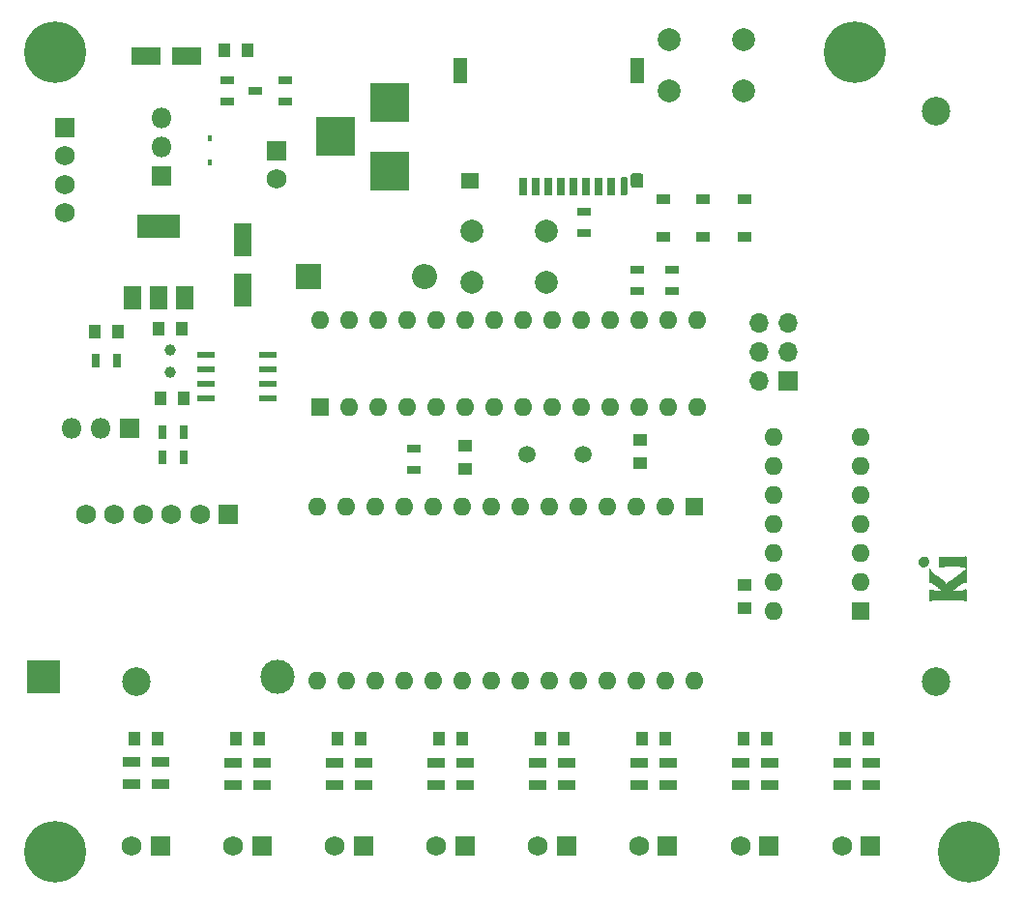
<source format=gts>
%TF.GenerationSoftware,KiCad,Pcbnew,(5.0-dev-4122-gf60c251)*%
%TF.CreationDate,2018-06-11T17:10:56+01:00*%
%TF.ProjectId,ThermocoupleLogger,546865726D6F636F75706C654C6F6767,ca9ed02408*%
%TF.SameCoordinates,Original*%
%TF.FileFunction,Soldermask,Top*%
%TF.FilePolarity,Negative*%
%FSLAX46Y46*%
G04 Gerber Fmt 4.6, Leading zero omitted, Abs format (unit mm)*
G04 Created by KiCad (PCBNEW (5.0-dev-4122-gf60c251)) date Monday, 11 June 2018 at 17:10:56*
%MOMM*%
%LPD*%
G01*
G04 APERTURE LIST*
%ADD10C,0.010000*%
%ADD11C,2.500000*%
%ADD12C,5.400000*%
%ADD13C,0.800000*%
%ADD14R,2.600000X1.600000*%
%ADD15C,1.750000*%
%ADD16R,1.750000X1.750000*%
%ADD17R,1.500000X0.970000*%
%ADD18R,1.200000X2.200000*%
%ADD19R,1.600000X1.400000*%
%ADD20C,0.100000*%
%ADD21C,1.100000*%
%ADD22C,0.600000*%
%ADD23R,0.700000X1.600000*%
%ADD24O,1.700000X1.700000*%
%ADD25R,1.700000X1.700000*%
%ADD26O,1.600000X1.600000*%
%ADD27R,1.600000X1.600000*%
%ADD28R,1.550000X0.600000*%
%ADD29R,0.700000X1.300000*%
%ADD30R,3.000000X3.000000*%
%ADD31C,3.000000*%
%ADD32R,1.200000X0.900000*%
%ADD33O,1.800000X1.800000*%
%ADD34R,1.800000X1.800000*%
%ADD35R,1.500000X2.000000*%
%ADD36R,3.800000X2.000000*%
%ADD37R,1.000000X1.250000*%
%ADD38R,1.220000X0.650000*%
%ADD39C,2.000000*%
%ADD40R,1.250000X1.000000*%
%ADD41R,1.600000X3.000000*%
%ADD42R,1.300000X0.700000*%
%ADD43O,2.200000X2.200000*%
%ADD44R,2.200000X2.200000*%
%ADD45C,1.000000*%
%ADD46C,1.500000*%
%ADD47R,3.500000X3.500000*%
%ADD48R,0.450000X0.600000*%
G04 APERTURE END LIST*
D10*
G36*
X173328860Y-120334399D02*
X173395295Y-120216795D01*
X173497945Y-120123317D01*
X173584024Y-120079528D01*
X173722514Y-120048918D01*
X173860491Y-120058019D01*
X173981984Y-120105367D01*
X174000750Y-120117752D01*
X174088308Y-120208191D01*
X174148453Y-120327069D01*
X174178318Y-120460007D01*
X174175034Y-120592627D01*
X174135732Y-120710550D01*
X174123144Y-120731334D01*
X174044294Y-120813603D01*
X173935670Y-120881426D01*
X173818195Y-120923593D01*
X173748699Y-120931940D01*
X173639475Y-120912666D01*
X173525010Y-120862150D01*
X173426058Y-120791358D01*
X173377195Y-120735698D01*
X173316776Y-120603479D01*
X173301676Y-120466503D01*
X173328860Y-120334399D01*
X173328860Y-120334399D01*
G37*
X173328860Y-120334399D02*
X173395295Y-120216795D01*
X173497945Y-120123317D01*
X173584024Y-120079528D01*
X173722514Y-120048918D01*
X173860491Y-120058019D01*
X173981984Y-120105367D01*
X174000750Y-120117752D01*
X174088308Y-120208191D01*
X174148453Y-120327069D01*
X174178318Y-120460007D01*
X174175034Y-120592627D01*
X174135732Y-120710550D01*
X174123144Y-120731334D01*
X174044294Y-120813603D01*
X173935670Y-120881426D01*
X173818195Y-120923593D01*
X173748699Y-120931940D01*
X173639475Y-120912666D01*
X173525010Y-120862150D01*
X173426058Y-120791358D01*
X173377195Y-120735698D01*
X173316776Y-120603479D01*
X173301676Y-120466503D01*
X173328860Y-120334399D01*
G36*
X176194945Y-120093740D02*
X176466428Y-120093519D01*
X176691518Y-120092757D01*
X176874621Y-120091314D01*
X177020140Y-120089046D01*
X177132483Y-120085809D01*
X177216055Y-120081462D01*
X177275259Y-120075860D01*
X177314503Y-120068862D01*
X177338192Y-120060324D01*
X177344295Y-120056448D01*
X177381843Y-120030162D01*
X177409985Y-120019449D01*
X177430074Y-120029630D01*
X177443463Y-120066028D01*
X177451505Y-120133964D01*
X177455553Y-120238762D01*
X177456960Y-120385742D01*
X177457100Y-120500140D01*
X177456415Y-120650422D01*
X177454508Y-120781613D01*
X177451602Y-120885913D01*
X177447917Y-120955521D01*
X177443676Y-120982635D01*
X177443388Y-120982740D01*
X177414354Y-120972185D01*
X177357409Y-120945614D01*
X177330100Y-120931940D01*
X177302660Y-120919074D01*
X177272294Y-120908581D01*
X177233820Y-120900220D01*
X177182055Y-120893749D01*
X177111818Y-120888929D01*
X177017927Y-120885518D01*
X176895201Y-120883275D01*
X176738459Y-120881959D01*
X176542517Y-120881330D01*
X176302196Y-120881145D01*
X176237650Y-120881140D01*
X175980169Y-120881393D01*
X175768649Y-120882269D01*
X175598251Y-120883944D01*
X175464138Y-120886592D01*
X175361471Y-120890390D01*
X175285413Y-120895513D01*
X175231126Y-120902137D01*
X175193772Y-120910437D01*
X175169838Y-120919893D01*
X175094900Y-120958645D01*
X175094900Y-120093740D01*
X176194945Y-120093740D01*
X176194945Y-120093740D01*
G37*
X176194945Y-120093740D02*
X176466428Y-120093519D01*
X176691518Y-120092757D01*
X176874621Y-120091314D01*
X177020140Y-120089046D01*
X177132483Y-120085809D01*
X177216055Y-120081462D01*
X177275259Y-120075860D01*
X177314503Y-120068862D01*
X177338192Y-120060324D01*
X177344295Y-120056448D01*
X177381843Y-120030162D01*
X177409985Y-120019449D01*
X177430074Y-120029630D01*
X177443463Y-120066028D01*
X177451505Y-120133964D01*
X177455553Y-120238762D01*
X177456960Y-120385742D01*
X177457100Y-120500140D01*
X177456415Y-120650422D01*
X177454508Y-120781613D01*
X177451602Y-120885913D01*
X177447917Y-120955521D01*
X177443676Y-120982635D01*
X177443388Y-120982740D01*
X177414354Y-120972185D01*
X177357409Y-120945614D01*
X177330100Y-120931940D01*
X177302660Y-120919074D01*
X177272294Y-120908581D01*
X177233820Y-120900220D01*
X177182055Y-120893749D01*
X177111818Y-120888929D01*
X177017927Y-120885518D01*
X176895201Y-120883275D01*
X176738459Y-120881959D01*
X176542517Y-120881330D01*
X176302196Y-120881145D01*
X176237650Y-120881140D01*
X175980169Y-120881393D01*
X175768649Y-120882269D01*
X175598251Y-120883944D01*
X175464138Y-120886592D01*
X175361471Y-120890390D01*
X175285413Y-120895513D01*
X175231126Y-120902137D01*
X175193772Y-120910437D01*
X175169838Y-120919893D01*
X175094900Y-120958645D01*
X175094900Y-120093740D01*
X176194945Y-120093740D01*
G36*
X174231300Y-121676593D02*
X174231300Y-121131281D01*
X174432687Y-121330061D01*
X174795591Y-121659769D01*
X175069715Y-121874189D01*
X175173300Y-121952637D01*
X175293429Y-122047196D01*
X175417102Y-122147290D01*
X175531319Y-122242342D01*
X175623081Y-122321774D01*
X175650660Y-122346872D01*
X175738112Y-122428304D01*
X175829256Y-122358346D01*
X176018504Y-122222904D01*
X176157950Y-122135362D01*
X176240186Y-122080492D01*
X176319512Y-122019216D01*
X176325507Y-122014067D01*
X176408481Y-121945118D01*
X176511037Y-121864593D01*
X176621188Y-121781398D01*
X176726947Y-121704438D01*
X176816325Y-121642621D01*
X176873447Y-121606964D01*
X176926496Y-121571883D01*
X177004962Y-121513354D01*
X177096152Y-121441520D01*
X177187372Y-121366525D01*
X177265932Y-121298512D01*
X177304920Y-121262140D01*
X177330981Y-121238251D01*
X177378306Y-121195977D01*
X177387470Y-121187863D01*
X177457100Y-121126285D01*
X177457100Y-122252740D01*
X177378823Y-122252740D01*
X177302295Y-122269503D01*
X177197049Y-122316733D01*
X177071139Y-122389847D01*
X176932616Y-122484259D01*
X176818433Y-122571798D01*
X176726213Y-122643072D01*
X176635169Y-122708393D01*
X176562435Y-122755563D01*
X176551733Y-122761669D01*
X176485334Y-122801711D01*
X176437184Y-122836998D01*
X176428400Y-122845641D01*
X176389716Y-122880202D01*
X176333150Y-122920425D01*
X176284993Y-122958114D01*
X176263387Y-122988625D01*
X176263300Y-122989926D01*
X176287991Y-122998802D01*
X176359281Y-123005922D01*
X176472992Y-123011076D01*
X176624944Y-123014057D01*
X176759861Y-123014740D01*
X176939163Y-123014056D01*
X177075170Y-123011645D01*
X177175375Y-123006965D01*
X177247269Y-122999477D01*
X177298343Y-122988642D01*
X177336088Y-122973919D01*
X177337711Y-122973096D01*
X177397391Y-122937623D01*
X177435518Y-122906117D01*
X177437661Y-122903246D01*
X177443223Y-122918743D01*
X177448162Y-122978093D01*
X177452212Y-123074354D01*
X177455107Y-123200581D01*
X177456582Y-123349829D01*
X177456711Y-123401546D01*
X177457100Y-123928051D01*
X177387250Y-123898372D01*
X177328658Y-123870199D01*
X177293270Y-123848116D01*
X177264042Y-123844283D01*
X177188681Y-123840683D01*
X177071851Y-123837381D01*
X176918217Y-123834444D01*
X176732446Y-123831941D01*
X176519202Y-123829936D01*
X176283151Y-123828498D01*
X176028959Y-123827693D01*
X175857190Y-123827541D01*
X175553211Y-123827599D01*
X175295812Y-123827870D01*
X175080774Y-123828494D01*
X174903878Y-123829614D01*
X174760904Y-123831371D01*
X174647633Y-123833907D01*
X174559845Y-123837364D01*
X174493321Y-123841883D01*
X174443841Y-123847607D01*
X174407186Y-123854678D01*
X174379137Y-123863236D01*
X174355474Y-123873424D01*
X174345599Y-123878341D01*
X174283769Y-123909096D01*
X174244560Y-123927150D01*
X174238629Y-123929141D01*
X174236407Y-123905005D01*
X174234456Y-123837652D01*
X174232884Y-123734668D01*
X174231801Y-123603634D01*
X174231315Y-123452135D01*
X174231300Y-123418423D01*
X174231564Y-123245280D01*
X174232731Y-123116711D01*
X174235364Y-123026494D01*
X174240023Y-122968403D01*
X174247272Y-122936216D01*
X174257672Y-122923708D01*
X174271785Y-122924654D01*
X174275750Y-122926176D01*
X174364573Y-122959535D01*
X174453081Y-122983601D01*
X174552041Y-122999760D01*
X174672221Y-123009398D01*
X174824388Y-123013900D01*
X174963988Y-123014740D01*
X175383804Y-123014741D01*
X175310800Y-122938541D01*
X175260457Y-122890927D01*
X175223178Y-122864346D01*
X175216383Y-122862340D01*
X175190450Y-122847203D01*
X175137028Y-122807712D01*
X175067045Y-122752752D01*
X174991429Y-122691208D01*
X174921109Y-122631963D01*
X174867014Y-122583901D01*
X174840900Y-122557101D01*
X174813634Y-122534779D01*
X174757530Y-122496404D01*
X174713900Y-122468538D01*
X174626198Y-122410335D01*
X174539598Y-122347389D01*
X174511262Y-122325041D01*
X174444636Y-122280327D01*
X174383543Y-122254932D01*
X174367290Y-122252740D01*
X174323577Y-122252218D01*
X174290402Y-122246549D01*
X174266312Y-122229578D01*
X174249855Y-122195151D01*
X174239577Y-122137114D01*
X174234027Y-122049312D01*
X174231751Y-121925590D01*
X174231296Y-121759795D01*
X174231300Y-121676593D01*
X174231300Y-121676593D01*
G37*
X174231300Y-121676593D02*
X174231300Y-121131281D01*
X174432687Y-121330061D01*
X174795591Y-121659769D01*
X175069715Y-121874189D01*
X175173300Y-121952637D01*
X175293429Y-122047196D01*
X175417102Y-122147290D01*
X175531319Y-122242342D01*
X175623081Y-122321774D01*
X175650660Y-122346872D01*
X175738112Y-122428304D01*
X175829256Y-122358346D01*
X176018504Y-122222904D01*
X176157950Y-122135362D01*
X176240186Y-122080492D01*
X176319512Y-122019216D01*
X176325507Y-122014067D01*
X176408481Y-121945118D01*
X176511037Y-121864593D01*
X176621188Y-121781398D01*
X176726947Y-121704438D01*
X176816325Y-121642621D01*
X176873447Y-121606964D01*
X176926496Y-121571883D01*
X177004962Y-121513354D01*
X177096152Y-121441520D01*
X177187372Y-121366525D01*
X177265932Y-121298512D01*
X177304920Y-121262140D01*
X177330981Y-121238251D01*
X177378306Y-121195977D01*
X177387470Y-121187863D01*
X177457100Y-121126285D01*
X177457100Y-122252740D01*
X177378823Y-122252740D01*
X177302295Y-122269503D01*
X177197049Y-122316733D01*
X177071139Y-122389847D01*
X176932616Y-122484259D01*
X176818433Y-122571798D01*
X176726213Y-122643072D01*
X176635169Y-122708393D01*
X176562435Y-122755563D01*
X176551733Y-122761669D01*
X176485334Y-122801711D01*
X176437184Y-122836998D01*
X176428400Y-122845641D01*
X176389716Y-122880202D01*
X176333150Y-122920425D01*
X176284993Y-122958114D01*
X176263387Y-122988625D01*
X176263300Y-122989926D01*
X176287991Y-122998802D01*
X176359281Y-123005922D01*
X176472992Y-123011076D01*
X176624944Y-123014057D01*
X176759861Y-123014740D01*
X176939163Y-123014056D01*
X177075170Y-123011645D01*
X177175375Y-123006965D01*
X177247269Y-122999477D01*
X177298343Y-122988642D01*
X177336088Y-122973919D01*
X177337711Y-122973096D01*
X177397391Y-122937623D01*
X177435518Y-122906117D01*
X177437661Y-122903246D01*
X177443223Y-122918743D01*
X177448162Y-122978093D01*
X177452212Y-123074354D01*
X177455107Y-123200581D01*
X177456582Y-123349829D01*
X177456711Y-123401546D01*
X177457100Y-123928051D01*
X177387250Y-123898372D01*
X177328658Y-123870199D01*
X177293270Y-123848116D01*
X177264042Y-123844283D01*
X177188681Y-123840683D01*
X177071851Y-123837381D01*
X176918217Y-123834444D01*
X176732446Y-123831941D01*
X176519202Y-123829936D01*
X176283151Y-123828498D01*
X176028959Y-123827693D01*
X175857190Y-123827541D01*
X175553211Y-123827599D01*
X175295812Y-123827870D01*
X175080774Y-123828494D01*
X174903878Y-123829614D01*
X174760904Y-123831371D01*
X174647633Y-123833907D01*
X174559845Y-123837364D01*
X174493321Y-123841883D01*
X174443841Y-123847607D01*
X174407186Y-123854678D01*
X174379137Y-123863236D01*
X174355474Y-123873424D01*
X174345599Y-123878341D01*
X174283769Y-123909096D01*
X174244560Y-123927150D01*
X174238629Y-123929141D01*
X174236407Y-123905005D01*
X174234456Y-123837652D01*
X174232884Y-123734668D01*
X174231801Y-123603634D01*
X174231315Y-123452135D01*
X174231300Y-123418423D01*
X174231564Y-123245280D01*
X174232731Y-123116711D01*
X174235364Y-123026494D01*
X174240023Y-122968403D01*
X174247272Y-122936216D01*
X174257672Y-122923708D01*
X174271785Y-122924654D01*
X174275750Y-122926176D01*
X174364573Y-122959535D01*
X174453081Y-122983601D01*
X174552041Y-122999760D01*
X174672221Y-123009398D01*
X174824388Y-123013900D01*
X174963988Y-123014740D01*
X175383804Y-123014741D01*
X175310800Y-122938541D01*
X175260457Y-122890927D01*
X175223178Y-122864346D01*
X175216383Y-122862340D01*
X175190450Y-122847203D01*
X175137028Y-122807712D01*
X175067045Y-122752752D01*
X174991429Y-122691208D01*
X174921109Y-122631963D01*
X174867014Y-122583901D01*
X174840900Y-122557101D01*
X174813634Y-122534779D01*
X174757530Y-122496404D01*
X174713900Y-122468538D01*
X174626198Y-122410335D01*
X174539598Y-122347389D01*
X174511262Y-122325041D01*
X174444636Y-122280327D01*
X174383543Y-122254932D01*
X174367290Y-122252740D01*
X174323577Y-122252218D01*
X174290402Y-122246549D01*
X174266312Y-122229578D01*
X174249855Y-122195151D01*
X174239577Y-122137114D01*
X174234027Y-122049312D01*
X174231751Y-121925590D01*
X174231296Y-121759795D01*
X174231300Y-121676593D01*
D11*
X174846000Y-131026000D03*
D12*
X97734000Y-75890170D03*
D13*
X99759000Y-75890170D03*
X99165891Y-77322061D03*
X97734000Y-77915170D03*
X96302109Y-77322061D03*
X95709000Y-75890170D03*
X96302109Y-74458279D03*
X97734000Y-73865170D03*
X99165891Y-74458279D03*
X179166066Y-144458284D03*
X177734175Y-143865175D03*
X176302284Y-144458284D03*
X175709175Y-145890175D03*
X176302284Y-147322066D03*
X177734175Y-147915175D03*
X179166066Y-147322066D03*
X179759175Y-145890175D03*
D12*
X177734175Y-145890175D03*
D13*
X99166066Y-144458284D03*
X97734175Y-143865175D03*
X96302284Y-144458284D03*
X95709175Y-145890175D03*
X96302284Y-147322066D03*
X97734175Y-147915175D03*
X99166066Y-147322066D03*
X99759175Y-145890175D03*
D12*
X97734175Y-145890175D03*
D13*
X169166066Y-74458284D03*
X167734175Y-73865175D03*
X166302284Y-74458284D03*
X165709175Y-75890175D03*
X166302284Y-77322066D03*
X167734175Y-77915175D03*
X169166066Y-77322066D03*
X169759175Y-75890175D03*
D12*
X167734175Y-75890175D03*
D14*
X109242000Y-76200000D03*
X105642000Y-76200000D03*
D15*
X98602800Y-89973800D03*
X98602800Y-87473800D03*
X98602800Y-84973800D03*
D16*
X98602800Y-82473800D03*
D11*
X174846000Y-81026000D03*
D17*
X142494000Y-138110000D03*
X142494000Y-140020000D03*
X157734000Y-140020000D03*
X157734000Y-138110000D03*
X106934000Y-138059200D03*
X106934000Y-139969200D03*
X104444800Y-139969200D03*
X104444800Y-138059200D03*
X113284000Y-140020000D03*
X113284000Y-138110000D03*
X122174000Y-140020000D03*
X122174000Y-138110000D03*
X131064000Y-140020000D03*
X131064000Y-138110000D03*
X139954000Y-140020000D03*
X139954000Y-138110000D03*
X148844000Y-140020000D03*
X148844000Y-138110000D03*
X166624000Y-140020000D03*
X166624000Y-138110000D03*
X115824000Y-138110000D03*
X115824000Y-140020000D03*
X124714000Y-138110000D03*
X124714000Y-140020000D03*
X133604000Y-138110000D03*
X133604000Y-140020000D03*
X151384000Y-138110000D03*
X151384000Y-140020000D03*
X160274000Y-138110000D03*
X160274000Y-140020000D03*
X169164000Y-138110000D03*
X169164000Y-140020000D03*
D18*
X133177000Y-77530000D03*
X148677000Y-77530000D03*
D19*
X134077000Y-87130000D03*
D20*
G36*
X148978955Y-86481324D02*
X149005650Y-86485284D01*
X149031828Y-86491841D01*
X149057238Y-86500933D01*
X149081634Y-86512472D01*
X149104782Y-86526346D01*
X149126458Y-86542422D01*
X149146454Y-86560546D01*
X149164578Y-86580542D01*
X149180654Y-86602218D01*
X149194528Y-86625366D01*
X149206067Y-86649762D01*
X149215159Y-86675172D01*
X149221716Y-86701350D01*
X149225676Y-86728045D01*
X149227000Y-86755000D01*
X149227000Y-87505000D01*
X149225676Y-87531955D01*
X149221716Y-87558650D01*
X149215159Y-87584828D01*
X149206067Y-87610238D01*
X149194528Y-87634634D01*
X149180654Y-87657782D01*
X149164578Y-87679458D01*
X149146454Y-87699454D01*
X149126458Y-87717578D01*
X149104782Y-87733654D01*
X149081634Y-87747528D01*
X149057238Y-87759067D01*
X149031828Y-87768159D01*
X149005650Y-87774716D01*
X148978955Y-87778676D01*
X148952000Y-87780000D01*
X148402000Y-87780000D01*
X148375045Y-87778676D01*
X148348350Y-87774716D01*
X148322172Y-87768159D01*
X148296762Y-87759067D01*
X148272366Y-87747528D01*
X148249218Y-87733654D01*
X148227542Y-87717578D01*
X148207546Y-87699454D01*
X148189422Y-87679458D01*
X148173346Y-87657782D01*
X148159472Y-87634634D01*
X148147933Y-87610238D01*
X148138841Y-87584828D01*
X148132284Y-87558650D01*
X148128324Y-87531955D01*
X148127000Y-87505000D01*
X148127000Y-86755000D01*
X148128324Y-86728045D01*
X148132284Y-86701350D01*
X148138841Y-86675172D01*
X148147933Y-86649762D01*
X148159472Y-86625366D01*
X148173346Y-86602218D01*
X148189422Y-86580542D01*
X148207546Y-86560546D01*
X148227542Y-86542422D01*
X148249218Y-86526346D01*
X148272366Y-86512472D01*
X148296762Y-86500933D01*
X148322172Y-86491841D01*
X148348350Y-86485284D01*
X148375045Y-86481324D01*
X148402000Y-86480000D01*
X148952000Y-86480000D01*
X148978955Y-86481324D01*
X148978955Y-86481324D01*
G37*
D21*
X148677000Y-87130000D03*
D20*
G36*
X147691703Y-86830722D02*
X147706264Y-86832882D01*
X147720543Y-86836459D01*
X147734403Y-86841418D01*
X147747710Y-86847712D01*
X147760336Y-86855280D01*
X147772159Y-86864048D01*
X147783066Y-86873934D01*
X147792952Y-86884841D01*
X147801720Y-86896664D01*
X147809288Y-86909290D01*
X147815582Y-86922597D01*
X147820541Y-86936457D01*
X147824118Y-86950736D01*
X147826278Y-86965297D01*
X147827000Y-86980000D01*
X147827000Y-88280000D01*
X147826278Y-88294703D01*
X147824118Y-88309264D01*
X147820541Y-88323543D01*
X147815582Y-88337403D01*
X147809288Y-88350710D01*
X147801720Y-88363336D01*
X147792952Y-88375159D01*
X147783066Y-88386066D01*
X147772159Y-88395952D01*
X147760336Y-88404720D01*
X147747710Y-88412288D01*
X147734403Y-88418582D01*
X147720543Y-88423541D01*
X147706264Y-88427118D01*
X147691703Y-88429278D01*
X147677000Y-88430000D01*
X147377000Y-88430000D01*
X147362297Y-88429278D01*
X147347736Y-88427118D01*
X147333457Y-88423541D01*
X147319597Y-88418582D01*
X147306290Y-88412288D01*
X147293664Y-88404720D01*
X147281841Y-88395952D01*
X147270934Y-88386066D01*
X147261048Y-88375159D01*
X147252280Y-88363336D01*
X147244712Y-88350710D01*
X147238418Y-88337403D01*
X147233459Y-88323543D01*
X147229882Y-88309264D01*
X147227722Y-88294703D01*
X147227000Y-88280000D01*
X147227000Y-86980000D01*
X147227722Y-86965297D01*
X147229882Y-86950736D01*
X147233459Y-86936457D01*
X147238418Y-86922597D01*
X147244712Y-86909290D01*
X147252280Y-86896664D01*
X147261048Y-86884841D01*
X147270934Y-86873934D01*
X147281841Y-86864048D01*
X147293664Y-86855280D01*
X147306290Y-86847712D01*
X147319597Y-86841418D01*
X147333457Y-86836459D01*
X147347736Y-86832882D01*
X147362297Y-86830722D01*
X147377000Y-86830000D01*
X147677000Y-86830000D01*
X147691703Y-86830722D01*
X147691703Y-86830722D01*
G37*
D22*
X147527000Y-87630000D03*
D23*
X145327000Y-87630000D03*
X146427000Y-87630000D03*
X144227000Y-87630000D03*
X143127000Y-87630000D03*
X142027000Y-87630000D03*
X138727000Y-87630000D03*
X139827000Y-87630000D03*
X140927000Y-87630000D03*
D15*
X100403000Y-116332000D03*
X102903000Y-116332000D03*
X105403000Y-116332000D03*
X107903000Y-116332000D03*
X110403000Y-116332000D03*
D16*
X112903000Y-116332000D03*
D24*
X159385000Y-99568000D03*
X161925000Y-99568000D03*
X159385000Y-102108000D03*
X161925000Y-102108000D03*
X159385000Y-104648000D03*
D25*
X161925000Y-104648000D03*
D26*
X160655000Y-124841000D03*
X168275000Y-109601000D03*
X160655000Y-122301000D03*
X168275000Y-112141000D03*
X160655000Y-119761000D03*
X168275000Y-114681000D03*
X160655000Y-117221000D03*
X168275000Y-117221000D03*
X160655000Y-114681000D03*
X168275000Y-119761000D03*
X160655000Y-112141000D03*
X168275000Y-122301000D03*
X160655000Y-109601000D03*
D27*
X168275000Y-124841000D03*
D28*
X116365000Y-102362000D03*
X116365000Y-103632000D03*
X116365000Y-104902000D03*
X116365000Y-106172000D03*
X110965000Y-106172000D03*
X110965000Y-104902000D03*
X110965000Y-103632000D03*
X110965000Y-102362000D03*
D29*
X109027000Y-111379000D03*
X107127000Y-111379000D03*
D30*
X96731000Y-130556000D03*
D31*
X117221000Y-130556000D03*
D32*
X158115000Y-92074000D03*
X158115000Y-88774000D03*
D33*
X107061000Y-81661000D03*
X107061000Y-84201000D03*
D34*
X107061000Y-86741000D03*
D35*
X104507000Y-97384000D03*
X109107000Y-97384000D03*
X106807000Y-97384000D03*
D36*
X106807000Y-91084000D03*
D37*
X106664000Y-136017000D03*
X104664000Y-136017000D03*
X149114000Y-136017000D03*
X151114000Y-136017000D03*
X142224000Y-136017000D03*
X140224000Y-136017000D03*
X113554000Y-136017000D03*
X115554000Y-136017000D03*
X124444000Y-136017000D03*
X122444000Y-136017000D03*
X131334000Y-136017000D03*
X133334000Y-136017000D03*
X160004000Y-136017000D03*
X158004000Y-136017000D03*
X166894000Y-136017000D03*
X168894000Y-136017000D03*
D16*
X106934000Y-145415000D03*
D15*
X104434000Y-145415000D03*
X113324000Y-145415000D03*
D16*
X115824000Y-145415000D03*
D15*
X122214000Y-145415000D03*
D16*
X124714000Y-145415000D03*
X133604000Y-145415000D03*
D15*
X131104000Y-145415000D03*
X139994000Y-145415000D03*
D16*
X142494000Y-145415000D03*
X151344000Y-145415000D03*
D15*
X148844000Y-145415000D03*
X157734000Y-145415000D03*
D16*
X160234000Y-145415000D03*
X169124000Y-145415000D03*
D15*
X166624000Y-145415000D03*
D33*
X99187000Y-108839000D03*
X101727000Y-108839000D03*
D34*
X104267000Y-108839000D03*
D38*
X115276000Y-79248000D03*
X117896000Y-78298000D03*
X117896000Y-80198000D03*
D39*
X140716000Y-91512000D03*
X140716000Y-96012000D03*
X134216000Y-91512000D03*
X134216000Y-96012000D03*
D37*
X112538000Y-75692000D03*
X114538000Y-75692000D03*
D40*
X148971000Y-109871000D03*
X148971000Y-111871000D03*
D41*
X114173000Y-96688000D03*
X114173000Y-92288000D03*
D29*
X107127000Y-109156500D03*
X109027000Y-109156500D03*
D37*
X106950000Y-106172000D03*
X108950000Y-106172000D03*
X108823000Y-100076000D03*
X106823000Y-100076000D03*
D40*
X158115000Y-122571000D03*
X158115000Y-124571000D03*
D42*
X129159000Y-110556000D03*
X129159000Y-112456000D03*
D43*
X130048000Y-95504000D03*
D44*
X119888000Y-95504000D03*
D37*
X101235000Y-100330000D03*
X103235000Y-100330000D03*
D42*
X112776000Y-80198000D03*
X112776000Y-78298000D03*
D39*
X151511000Y-79303000D03*
X151511000Y-74803000D03*
X158011000Y-79303000D03*
X158011000Y-74803000D03*
D40*
X133604000Y-112379000D03*
X133604000Y-110379000D03*
D45*
X107823000Y-103886000D03*
X107823000Y-101986000D03*
D27*
X120904000Y-106934000D03*
D26*
X153924000Y-99314000D03*
X123444000Y-106934000D03*
X151384000Y-99314000D03*
X125984000Y-106934000D03*
X148844000Y-99314000D03*
X128524000Y-106934000D03*
X146304000Y-99314000D03*
X131064000Y-106934000D03*
X143764000Y-99314000D03*
X133604000Y-106934000D03*
X141224000Y-99314000D03*
X136144000Y-106934000D03*
X138684000Y-99314000D03*
X138684000Y-106934000D03*
X136144000Y-99314000D03*
X141224000Y-106934000D03*
X133604000Y-99314000D03*
X143764000Y-106934000D03*
X131064000Y-99314000D03*
X146304000Y-106934000D03*
X128524000Y-99314000D03*
X148844000Y-106934000D03*
X125984000Y-99314000D03*
X151384000Y-106934000D03*
X123444000Y-99314000D03*
X153924000Y-106934000D03*
X120904000Y-99314000D03*
D42*
X148717000Y-96835000D03*
X148717000Y-94935000D03*
X144018000Y-91755000D03*
X144018000Y-89855000D03*
X151765000Y-94935000D03*
X151765000Y-96835000D03*
D29*
X101285000Y-102870000D03*
X103185000Y-102870000D03*
D46*
X139065000Y-111125000D03*
X143945000Y-111125000D03*
D26*
X153670000Y-130937000D03*
X120650000Y-115697000D03*
X151130000Y-130937000D03*
X123190000Y-115697000D03*
X148590000Y-130937000D03*
X125730000Y-115697000D03*
X146050000Y-130937000D03*
X128270000Y-115697000D03*
X143510000Y-130937000D03*
X130810000Y-115697000D03*
X140970000Y-130937000D03*
X133350000Y-115697000D03*
X138430000Y-130937000D03*
X135890000Y-115697000D03*
X135890000Y-130937000D03*
X138430000Y-115697000D03*
X133350000Y-130937000D03*
X140970000Y-115697000D03*
X130810000Y-130937000D03*
X143510000Y-115697000D03*
X128270000Y-130937000D03*
X146050000Y-115697000D03*
X125730000Y-130937000D03*
X148590000Y-115697000D03*
X123190000Y-130937000D03*
X151130000Y-115697000D03*
X120650000Y-130937000D03*
D27*
X153670000Y-115697000D03*
D15*
X117094000Y-86995000D03*
D16*
X117094000Y-84495000D03*
D32*
X154432000Y-88774000D03*
X154432000Y-92074000D03*
X150977600Y-88774000D03*
X150977600Y-92074000D03*
D47*
X122300000Y-83264000D03*
X127000000Y-80264000D03*
X127000000Y-86264000D03*
D48*
X111252000Y-83452000D03*
X111252000Y-85552000D03*
D11*
X104846000Y-131026000D03*
M02*

</source>
